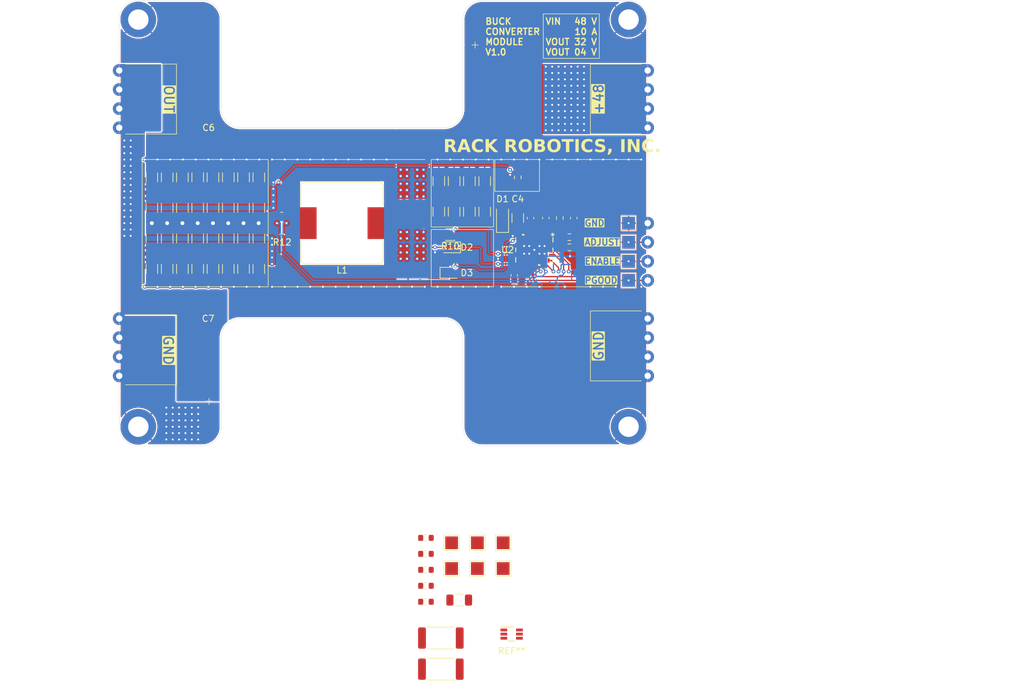
<source format=kicad_pcb>
(kicad_pcb (version 20240108) (generator "pcbnew") (generator_version "8.0")
  (title_block (title "Buck Converter Module") (date "[24.12.24]") (rev "RevC, V1.0") (company "Rack Robotics, Inc."))
  (layers (0 "F.Cu" signal) (1 "In1.Cu" power) (2 "In2.Cu" power) (31 "B.Cu" signal) (34 "B.Paste" user) (35 "F.Paste" user) (36 "B.SilkS" user "B.Silkscreen") (37 "F.SilkS" user "F.Silkscreen") (38 "B.Mask" user) (39 "F.Mask" user) (44 "Edge.Cuts" user))
  (net 0 "")
  (net 1 "GND")
  (net 2 "Net-(C1-Pad2)")
  (net 3 "Net-(U2-EXTCOMP)")
  (net 4 "Net-(U2-VDDA)")
  (net 5 "Net-(D2-A)")
  (net 6 "Net-(U2-VCC)")
  (net 7 "+48V")
  (net 8 "Net-(D1-K)")
  (net 9 "Net-(D2-K)")
  (net 10 "Net-(D3-K)")
  (net 11 "/buck-converter/BUCK_ADJ_PWM")
  (net 12 "/buck-converter/BUCK_POWER-GOOD")
  (net 13 "/buck-converter/BUCK_ENABLE")
  (net 14 "Net-(U2-CBOOT)")
  (net 15 "+3.3V")
  (net 16 "/buck-converter/I2C_SCL")
  (net 17 "/buck-converter/KELVIN(+)")
  (net 18 "/buck-converter/I2C_SDA")
  (net 19 "Net-(U1-H)")
  (net 20 "Net-(U2-CNFG)")
  (net 21 "Net-(U2-RT)")
  (net 22 "/buck-converter/BUCK_COUT")
  (net 23 "Net-(U2-HO)")
  (net 24 "Net-(U2-LO)")
  (footprint "MountingHole:MountingHole_3.2mm_M3_DIN965_Pad_TopBottom" (layer "F.Cu") (at 40 20)
    (property "Reference" "H1" (hide yes))
    (property "Value" "M3_DIN")
  )
  (footprint "Capacitor_SMD:C_1206_3216Metric" (layer "F.Cu") (at 46.925 49.6 -90)
    (property "Reference" "C35" (hide yes))
    (property "Value" "10 uF")
  )
  (footprint "Capacitor_SMD:C_1206_3216Metric" (layer "F.Cu") (at 51.725 59.2 -90)
    (property "Reference" "C20" (hide yes))
    (property "Value" "10 uF")
  )
  (footprint "Resistor_SMD:R_2512_6332Metric" (layer "F.Cu") (at 87.515 117.21)
    (property "Reference" "R13" (hide yes))
    (property "Value" "4.7K")
  )
  (footprint "Capacitor_SMD:C_1206_3216Metric" (layer "F.Cu") (at 56.525 59.2 -90)
    (property "Reference" "C10" (hide yes))
    (property "Value" "10 uF")
  )
  (footprint "Capacitor_SMD:C_1206_3216Metric" (layer "F.Cu") (at 46.925 54.4 90)
    (property "Reference" "C40" (hide yes))
    (property "Value" "10 uF")
  )
  (footprint "TestPoint:TestPoint_Pad_2.0x2.0mm" (layer "F.Cu") (at 93.255 102.24)
    (property "Reference" "TP11" (hide yes))
    (property "Value" "I2C_SDA")
  )
  (footprint "Capacitor_SMD:C_1206_3216Metric" (layer "F.Cu") (at 94.4 45.4 90)
    (property "Reference" "C38" (hide yes))
    (property "Value" "10 uF")
  )
  (footprint "Resistor_SMD:R_0603_1608Metric" (layer "F.Cu") (at 85.175 103.98)
    (property "Reference" "R2" (hide yes))
    (property "Value" "2.2K")
  )
  (footprint "powercore-development:PHA225" (layer "F.Cu") (at 50.8975 27 90)
    (property "Reference" "C6")
    (property "Value" "560 uF")
  )
  (footprint "Capacitor_SMD:C_0603_1608Metric" (layer "F.Cu") (at 104 51.2 -90)
    (property "Reference" "C2" (hide yes))
    (property "Value" "pF")
  )
  (footprint "Capacitor_SMD:C_1206_3216Metric" (layer "F.Cu") (at 92 50.2 -90)
    (property "Reference" "C43" (hide yes))
    (property "Value" "10 uF")
  )
  (footprint "powercore-development:TPL0401B-10DCKR" (layer "F.Cu") (at 98.635001 116.590002)
    (property "Reference" "U1" (hide yes))
    (property "Value" "TPL0401B-10DCKR")
  )
  (footprint "TestPoint:TestPoint_Pad_2.0x2.0mm" (layer "F.Cu") (at 117 58)
    (property "Reference" "TP7" (hide yes))
    (property "Value" "BUCK_ENABLE")
  )
  (footprint "Capacitor_SMD:C_1206_3216Metric" (layer "F.Cu") (at 44.525 54.4 90)
    (property "Reference" "C22" (hide yes))
    (property "Value" "10 uF")
  )
  (footprint "Resistor_SMD:R_0603_1608Metric" (layer "F.Cu") (at 85.175 106.49)
    (property "Reference" "R3" (hide yes))
    (property "Value" "2.2K")
  )
  (footprint "Resistor_SMD:R_0603_1608Metric" (layer "F.Cu") (at 99.6 44.8 90)
    (property "Reference" "R6" (hide yes))
    (property "Value" "15K")
  )
  (footprint "Capacitor_SMD:C_1206_3216Metric" (layer "F.Cu") (at 51.725 54.4 90)
    (property "Reference" "C41" (hide yes))
    (property "Value" "10 uF")
  )
  (footprint "Resistor_SMD:R_0603_1608Metric" (layer "F.Cu") (at 85.175 111.51)
    (property "Reference" "R5" (hide yes))
    (property "Value" "2.2K")
  )
  (footprint "Capacitor_SMD:C_1206_3216Metric" (layer "F.Cu") (at 56.525 44.8 90)
    (property "Reference" "C29" (hide yes))
    (property "Value" "10 uF")
  )
  (footprint "Resistor_SMD:R_1206_3216Metric" (layer "F.Cu") (at 89 53.8 180)
    (property "Reference" "R10")
    (property "Value" "1R")
  )
  (footprint "Resistor_SMD:R_0603_1608Metric" (layer "F.Cu") (at 107.7 54.2)
    (property "Reference" "R9" (hide yes))
    (property "Value" "10K")
  )
  (footprint "Capacitor_SMD:C_1206_3216Metric" (layer "F.Cu") (at 87.2 45.4 90)
    (property "Reference" "C28" (hide yes))
    (property "Value" "10 uF")
  )
  (footprint "Resistor_SMD:R_0603_1608Metric" (layer "F.Cu") (at 85.175 109)
    (property "Reference" "R4" (hide yes))
    (property "Value" "2.2K")
  )
  (footprint "Resistor_SMD:R_0603_1608Metric" (layer "F.Cu") (at 85.175 101.47)
    (property "Reference" "R1" (hide yes))
    (property "Value" "2.2K")
  )
  (footprint "Capacitor_SMD:C_1206_3216Metric" (layer "F.Cu") (at 92 45.4 90)
    (property "Reference" "C13" (hide yes))
    (property "Value" "10 uF")
  )
  (footprint "Capacitor_SMD:C_1206_3216Metric" (layer "F.Cu") (at 58.925 49.6 -90)
    (property "Reference" "C9" (hide yes))
    (property "Value" "10 uF")
  )
  (footprint "TestPoint:TestPoint_Pad_2.0x2.0mm" (layer "F.Cu") (at 89.205 106.29)
    (property "Reference" "TP4" (hide yes))
    (property "Value" "3.3V")
  )
  (footprint "Capacitor_SMD:C_0603_1608Metric" (layer "F.Cu") (at 101.6 51.2 90)
    (property "Reference" "C3" (hide yes))
    (property "Value" "0.1 uF")
  )
  (footprint "Capacitor_SMD:C_1206_3216Metric" (layer "F.Cu") (at 54.125 49.6 -90)
    (property "Reference" "C16" (hide yes))
    (property "Value" "10 uF")
  )
  (footprint "powercore-development:LM5149-Q1" (layer "F.Cu") (at 102.2 56.2 -90)
    (property "Reference" "U2")
    (property "Value" "LM5149-Q1")
  )
  (footprint "Capacitor_SMD:C_1206_3216Metric" (layer "F.Cu") (at 46.925 59.2 -90)
    (property "Reference" "C45" (hide yes))
    (property "Value" "10 uF")
  )
  (footprint "MountingHole:MountingHole_3.2mm_M3_DIN965_Pad_TopBottom" (layer "F.Cu") (at 117 84)
    (property "Reference" "H4" (hide yes))
    (property "Value" "M3_DIN")
  )
  (footprint "Capacitor_SMD:C_1206_3216Metric" (layer "F.Cu") (at 89.6 50.2 -90)
    (property "Reference" "C33" (hide yes))
    (property "Value" "10 uF")
  )
  (footprint "powercore-development:PHA225" (layer "F.Cu") (at 93.1025 77 -90)
    (property "Reference" "C7")
    (property "Value" "560 uF")
  )
  (footprint "TestPoint:TestPoint_Pad_2.0x2.0mm" (layer "F.Cu") (at 117 61)
    (property "Reference" "TP5" (hide yes))
    (property "Value" "BUCK_POWER-GOOD")
  )
  (footprint "Capacitor_SMD:C_1206_3216Metric" (layer "F.Cu") (at 54.125 59.2 -90)
    (property "Reference" "C15" (hide yes))
    (property "Value" "10 uF")
  )
  (footprint "Capacitor_SMD:C_1206_3216Metric" (layer "F.Cu") (at 49.325 44.8 90)
    (property "Reference" "C44" (hide yes))
    (property "Value" "10 uF")
  )
  (footprint "TestPoint:TestPoint_Pad_2.0x2.0mm" (layer "F.Cu") (at 89.205 102.24)
    (property "Reference" "TP3" (hide yes))
    (property "Value" "3.3V")
  )
  (footprint "TestPoint:TestPoint_Pad_2.0x2.0mm" (layer "F.Cu") (at 117 55)
    (property "Reference" "TP9" (hide yes))
    (property "Value" "BUCK_ADJ_PWM")
  )
  (footprint "Diode_SMD:D_SOD-323" (layer "F.Cu") (at 89 59.8)
    (property "Reference" "D3")
    (property "Value" "MM3Z18VT1G")
  )
  (footprint "Resistor_SMD:R_0612_1632Metric" (layer "F.Cu") (at 62.525 52 180)
    (property "Reference" "R12")
    (property "Value" "1 mR")
  )
  (footprint "Capacitor_SMD:C_1206_3216Metric" (layer "F.Cu") (at 56.525 54.4 90)
    (property "Reference" "C31" (hide yes))
    (property "Value" "10 uF")
  )
  (footprint "Capacitor_SMD:C_1206_3216Metric" (layer "F.Cu") (at 44.525 59.2 -90)
    (property "Reference" "C27" (hide yes))
    (property "Value" "10 uF")
  )
  (footprint "Capacitor_SMD:C_1206_3216Metric" (layer "F.Cu") (at 58.925 44.8 90)
    (property "Reference" "C14" (hide yes))
    (property "Value" "10 uF")
  )
  (footprint "Capacitor_SMD:C_1206_3216Metric" (layer "F.Cu") (at 44.525 44.8 90)
    (property "Reference" "C12" (hide yes))
    (property "Value" "10 uF")
  )
  (footprint "Resistor_SMD:R_0603_1608Metric" (layer "F.Cu") (at 107.7 55.8)
    (property "Reference" "R8" (hide yes))
    (property "Value" "41.2K")
  )
  (footprint "Capacitor_SMD:C_1206_3216Metric" (layer "F.Cu") (at 46.925 44.8 90)
    (property "Reference" "C30" (hide yes))
    (property "Value" "10 uF")
  )
  (footprint "Capacitor_SMD:C_1206_3216Metric" (layer "F.Cu") (at 87.2 50.2 -90)
    (property "Reference" "C18" (hide yes))
    (property "Value" "10 uF")
  )
  (footprint "Capacitor_SMD:C_1206_3216Metric" (layer "F.Cu") (at 49.325 49.6 -90)
    (property "Reference" "C26" (hide yes))
    (property "Value" "10 uF")
  )
  (footprint "Capacitor_SMD:C_1206_3216Metric" (layer "F.Cu") (at 54.125 54.4 90)
    (property "Reference" "C36" (hide yes))
    (property "Value" "10 uF")
  )
  (footprint "TestPoint:TestPoint_Pad_2.0x2.0mm" (layer "F.Cu") (at 97.305 102.24)
    (property "Reference" "TP13" (hide yes))
    (property "Value" "I2C_SCL")
  )
  (footprint "Capacitor_SMD:C_1206_3216Metric" (layer "F.Cu") (at 44.525 49.6 -90)
    (property "Reference" "C17" (hide yes))
    (property "Value" "10 uF")
  )
  (footprint "TestPoint:TestPoint_Pad_2.0x2.0mm" (layer "F.Cu") (at 93.255 106.29)
    (property "Reference" "TP12" (hide yes))
    (property "Value" "I2C_SDA")
  )
  (footprint "Diode_SMD:D_SOD-323" (layer "F.Cu") (at 89 55.8 180)
    (property "Reference" "D2")
    (property "Value" "MM3Z18VT1G")
  )
  (footprint "MountingHole:MountingHole_3.2mm_M3_DIN965_Pad_TopBottom" (layer "F.Cu") (at 117 20)
    (property "Reference" "H2" (hide yes))
    (property "Value" "M3_DIN")
  )
  (footprint "Capacitor_SMD:C_1206_3216Metric" (layer "F.Cu") (at 49.325 54.4 90)
    (property "Reference" "C46" (hide yes))
    (property "Value" "10 uF")
  )
  (footprint "Capacitor_SMD:C_0603_1608Metric" (layer "F.Cu") (at 108.4 51.2 90)
    (property "Reference" "C1" (hide yes))
    (property "Value" "pF")
  )
  (footprint "Capacitor_SMD:C_1206_3216Metric" (layer "F.Cu") (at 58.925 59.2 -90)
    (property "Reference" "C19" (hide yes))
    (property "Value" "10 uF")
  )
  (footprint "Capacitor_SMD:C_1206_3216Metric" (layer "F.Cu") (at 49.325 59.2 -90)
    (property "Reference" "C25" (hide yes))
    (property "Value" "10 uF")
  )
  (footprint "Capacitor_SMD:C_1206_3216Metric" (layer "F.Cu") (at 99.6 51.2 90)
    (property "Reference" "C4")
    (property "Value" "10 uF")
  )
  (footprint "Capacitor_SMD:C_1206_3216Metric" (layer "F.Cu") (at 56.525 49.6 -90)
    (property "Reference" "C11" (hide yes))
    (property "Value" "10 uF")
  )
  (footprint "Capacitor_SMD:C_1206_3216Metric" (layer "F.Cu") (at 42.125 49.6 -90)
    (property "Reference" "C37" (hide yes))
    (property "Value" "10 uF")
  )
  (footprint "Capacitor_SMD:C_1206_3216Metric" (layer "F.Cu") (at 58.925 54.4 90)
    (property "Reference" "C24" (hide yes))
    (property "Value" "10 uF")
  )
  (footprint "Resistor_SMD:R_0603_1608Metric" (layer "F.Cu") (at 106.2 51.2 -90)
    (property "Reference" "R7" (hide yes))
    (property "Value" "K")
  )
  (footprint "TestPoint:TestPoint_Pad_2.0x2.0mm" (layer "F.Cu") (at 117 52)
    (property "Reference" "TP1" (hide yes))
    (property "Value" "GND")
  )
  (footprint "Capacitor_SMD:C_1206_3216Metric" (layer "F.Cu") (at 42.125 44.8 90)
    (property "Reference" "C32" (hide yes))
    (property "Value" "10 uF")
  )
  (footprint "Capacitor_SMD:C_1206_3216Metric" (layer "F.Cu") (at 42.125 54.4 90)
    (property "Reference" "C42" (hide yes))
    (property "Value" "10 uF")
  )
  (footprint "Capacitor_SMD:C_0603_1608Metric" (layer "F.Cu") (at 99.05 60.2 90)
    (property "Reference" "C5" (hide yes))
    (property "Value" "0.1 uF")
  )
  (footprint "Capacitor_SMD:C_1206_3216Metric" (layer "F.Cu") (at 51.725 49.6 -90)
    (property "Reference" "C21" (hide yes))
    (property "Value" "10 uF")
  )
  (footprint "Capacitor_SMD:C_1206_3216Metric" (layer "F.Cu") (at 94.4 50.2 -90)
    (property "Reference" "C23" (hide yes))
    (property "Value" "10 uF")
  )
  (footprint "Capacitor_SMD:C_1206_3216Metric" (layer "F.Cu") (at 89.6 45.4 90)
    (property "Reference" "C8" (hide yes))
    (property "Value" "10 uF")
  )
  (footprint "Capacitor_SMD:C_1206_3216Metric" (layer "F.Cu") (at 42.125 59.2 -90)
    (property "Reference" "C47" (hide yes))
    (property "Value" "10 uF")
  )
  (footprint "Capacitor_SMD:C_1206_3216Metric" (layer "F.Cu") (at 51.725 44.8 90)
    (property "Reference" "C39" (hide yes))
    (property "Value" "10 uF")
  )
  (footprint "MountingHole:MountingHole_3.2mm_M3_DIN965_Pad_TopBottom" (layer "F.Cu") (at 40 84)
    (property "Reference" "H3" (hide yes))
    (property "Value" "M3_DIN")
  )
  (footprint "powercore-development:SRP1245A" (layer "F.Cu") (at 72 52 180)
    (property "Reference" "L1")
    (property "Value" "1.8 uH")
  )
  (footprint "TestPoint:TestPoint_Pad_2.0x2.0mm" (layer "F.Cu") (at 97.305 106.29)
    (property "Reference" "TP14" (hide yes))
    (property "Value" "I2C_SCL")
  )
  (footprint "Resistor_SMD:R_1206_3216Metric" (layer "F.Cu") (at 90.397502 111.240001)
    (property "Reference" "R11" (hide yes))
    (property "Value" "1R")
  )
  (footprint "Capacitor_SMD:C_1206_3216Metric" (layer "F.Cu") (at 54.125 44.8 90)
    (property "Reference" "C34" (hide yes))
    (property "Value" "10 uF")
  )
  (footprint "Resistor_SMD:R_2512_6332Metric" (layer "F.Cu") (at 87.515 122.1)
    (property "Reference" "R14" (hide yes))
    (property "Value" "4.7K")
  )
  (footprint "Diode_SMD:Nexperia_CFP3_SOD-123W" (layer "F.Cu") (at 97.2 51.2 90)
    (property "Reference" "D1")
    (property "Value" "PMEG10020ELRX")
  )
  (footprint "TestPoint:TestPoint_Pad_2.0x2.0mm" (layer "B.Cu") (at 117 61 180)
    (property "Reference" "TP6" (hide yes))
    (property "Value" "BUCK_POWER-GOOD")
  )
  (footprint "TestPoint:TestPoint_Pad_2.0x2.0mm" (layer "B.Cu") (at 117 55 180)
    (property "Reference" "TP10" (hide yes))
    (property "Value" "BUCK_ADJ_PWM")
  )
  (footprint "TestPoint:TestPoint_Pad_2.0x2.0mm" (layer "B.Cu") (at 117 58 180)
    (property "Reference" "TP8" (hide yes))
    (property "Value" "BUCK_ENABLE")
  )
  (footprint "TestPoint:TestPoint_Pad_2.0x2.0mm" (layer "B.Cu") (at 117 52 180)
    (property "Reference" "TP2" (hide yes))
    (property "Value" "GND")
  )
  (gr_line (start 111 27) (end 111 38) (stroke (width 0.1)) (layer "F.SilkS"))
  (gr_line (start 111 76.8) (end 119 76.8) (stroke (width 0.1)) (layer "F.SilkS"))
  (gr_rect (start 96 42) (end 103 47) (stroke (width 0.1)) (fill none) (layer "F.SilkS"))
  (gr_line (start 97 62) (end 115 62) (stroke (width 0.1)) (layer "F.SilkS"))
  (gr_line (start 38 38) (end 46 38) (stroke (width 0.1)) (layer "F.SilkS"))
  (gr_line (start 46 27) (end 38 27) (stroke (width 0.1)) (layer "F.SilkS"))
  (gr_line (start 111 38) (end 119 38) (stroke (width 0.1)) (layer "F.SilkS"))
  (gr_line (start 46 38) (end 46 27) (stroke (width 0.1)) (layer "F.SilkS"))
  (gr_line (start 61 42) (end 85 42) (stroke (width 0.1)) (layer "F.SilkS"))
  (gr_rect (start 103.6 19.1) (end 112.4 26.1) (stroke (width 0.1)) (fill none) (layer "F.SilkS"))
  (gr_line (start 119 27) (end 111 27) (stroke (width 0.1)) (layer "F.SilkS"))
  (gr_line (start 38 77.4) (end 46 77.4) (stroke (width 0.1)) (layer "F.SilkS"))
  (gr_rect (start 40.6 42) (end 60.4 62) (stroke (width 0.1)) (fill none) (layer "F.SilkS"))
  (gr_rect (start 86 53) (end 95.8 62) (stroke (width 0.1)) (fill none) (layer "F.SilkS"))
  (gr_line (start 104 42) (end 119 42) (stroke (width 0.1)) (layer "F.SilkS"))
  (gr_rect (start 86 42) (end 95.8 52.6) (stroke (width 0.1)) (fill none) (layer "F.SilkS"))
  (gr_line (start 111 65.8) (end 111 76.8) (stroke (width 0.1)) (layer "F.SilkS"))
  (gr_line (start 61 62) (end 85 62) (stroke (width 0.1)) (layer "F.SilkS"))
  (gr_line (start 46 66.4) (end 38 66.4) (stroke (width 0.1)) (layer "F.SilkS"))
  (gr_line (start 119 65.8) (end 111 65.8) (stroke (width 0.1)) (layer "F.SilkS"))
  (gr_line (start 46 77.4) (end 46 66.4) (stroke (width 0.1)) (layer "F.SilkS"))
  (gr_line (start 53 34) (end 53 20) (stroke (width 0.05)) (layer "Edge.Cuts"))
  (gr_arc (start 91 34) (mid 90.12132 36.12132) (end 88 37) (stroke (width 0.05)) (layer "Edge.Cuts"))
  (gr_line (start 88 37) (end 56 37) (stroke (width 0.05)) (layer "Edge.Cuts"))
  (gr_arc (start 37 20) (mid 37.87868 17.87868) (end 40 17) (stroke (width 0.05)) (layer "Edge.Cuts"))
  (gr_arc (start 53 84) (mid 52.12132 86.12132) (end 50 87) (stroke (width 0.05)) (layer "Edge.Cuts"))
  (gr_arc (start 91 20) (mid 91.87868 17.87868) (end 94 17) (stroke (width 0.05)) (layer "Edge.Cuts"))
  (gr_line (start 120 20) (end 120 84) (stroke (width 0.05)) (layer "Edge.Cuts"))
  (gr_arc (start 50 17) (mid 52.12132 17.87868) (end 53 20) (stroke (width 0.05)) (layer "Edge.Cuts"))
  (gr_arc (start 94 87) (mid 91.87868 86.12132) (end 91 84) (stroke (width 0.05)) (layer "Edge.Cuts"))
  (gr_arc (start 56 37) (mid 53.87868 36.12132) (end 53 34) (stroke (width 0.05)) (layer "Edge.Cuts"))
  (gr_line (start 50 87) (end 40 87) (stroke (width 0.05)) (layer "Edge.Cuts"))
  (gr_line (start 50 17) (end 40 17) (stroke (width 0.05)) (layer "Edge.Cuts"))
  (gr_line (start 94 87) (end 117 87) (stroke (width 0.05)) (layer "Edge.Cuts"))
  (gr_line (start 56 67) (end 88 67) (stroke (width 0.05)) (layer "Edge.Cuts"))
  (gr_arc (start 53 70) (mid 53.87868 67.87868) (end 56 67) (stroke (width 0.05)) (layer "Edge.Cuts"))
  (gr_line (start 91 70) (end 91 84) (stroke (width 0.05)) (layer "Edge.Cuts"))
  (gr_arc (start 117 17) (mid 119.12132 17.87868) (end 120 20) (stroke (width 0.05)) (layer "Edge.Cuts"))
  (gr_line (start 91 20) (end 91 34) (stroke (width 0.05)) (layer "Edge.Cuts"))
  (gr_line (start 94 17) (end 117 17) (stroke (width 0.05)) (layer "Edge.Cuts"))
  (gr_line (start 37 84) (end 37 20) (stroke (width 0.05)) (layer "Edge.Cuts"))
  (gr_arc (start 120 84) (mid 119.12132 86.12132) (end 117 87) (stroke (width 0.05)) (layer "Edge.Cuts"))
  (gr_arc (start 88 67) (mid 90.12132 67.87868) (end 91 70) (stroke (width 0.05)) (layer "Edge.Cuts"))
  (gr_arc (start 40 87) (mid 37.87868 86.12132) (end 37 84) (stroke (width 0.05)) (layer "Edge.Cuts"))
  (gr_line (start 53 84) (end 53 70) (stroke (width 0.05)) (layer "Edge.Cuts"))
  (gr_text "ENABLE" (at 110 58 0) (layer "F.SilkS" knockout) (effects (font (size 1 1) (thickness 0.2) (bold yes)) (justify left)))
  (gr_text "ADJUST" (at 110 55 0) (layer "F.SilkS" knockout) (effects (font (size 1 1) (thickness 0.2) (bold yes)) (justify left)))
  (gr_text "GND" (at 112.3 71.3 90) (layer "F.SilkS" knockout) (effects (font (size 1.5 1.5) (thickness 0.25) (bold yes))))
  (gr_text "RACK ROBOTICS, INC." (at 105 40 0) (layer "F.SilkS") (effects (font (size 2 2) (thickness 0.4) (bold yes))))
  (gr_text "VIN	 48 V\n      10 A\nVOUT 32 V\nVOUT 04 V" (at 108 22.7 0) (layer "F.SilkS") (effects (font (size 1 1) (thickness 0.2) (bold yes))))
  (gr_text "OUT" (at 44.8 32.5 270) (layer "F.SilkS" knockout) (effects (font (size 1.5 1.5) (thickness 0.25) (bold yes))))
  (gr_text "+48" (at 112.3 32.5 90) (layer "F.SilkS" knockout) (effects (font (size 1.5 1.5) (thickness 0.25) (bold yes))))
  (gr_text "PGOOD" (at 110 61 0) (layer "F.SilkS" knockout) (effects (font (size 1 1) (thickness 0.2) (bold yes)) (justify left)))
  (gr_text "GND" (at 110 52 0) (layer "F.SilkS" knockout) (effects (font (size 1 1) (thickness 0.2) (bold yes)) (justify left)))
  (gr_text "BUCK\nCONVERTER\nMODULE\nV1.0" (at 94.4 19.7 0) (layer "F.SilkS") (effects (font (size 1 1) (thickness 0.2) (bold yes)) (justify left top)))
  (gr_text "GND" (at 44.7 72 -90) (layer "F.SilkS" knockout) (effects (font (size 1.5 1.5) (thickness 0.25) (bold yes))))
  (segment (start 105.6 44.8) (end 106.0375 44.3625) (width 0.2) (layer "F.Cu") (net 0))
  (segment (start 102.475 43.975) (end 103.3 44.8) (width 0.2) (layer "F.Cu") (net 0))
  (segment (start 103.3 44.8) (end 105.6 44.8) (width 0.2) (layer "F.Cu") (net 0))
  (segment (start 106.0375 44.3625) (end 107.1 44.3625) (width 0.2) (layer "F.Cu") (net 0))
  (segment (start 101.6 43.975) (end 102.475 43.975) (width 0.2) (layer "F.Cu") (net 0))
  (segment (start 104.450001 54.549) (end 105.349 54.549) (width 0.2) (layer "F.Cu") (net 1))
  (segment (start 56.525 51.075) (end 56.525 52.925) (width 0.4) (layer "F.Cu") (net 1))
  (segment (start 105.349 54.549) (end 105.6 54.8) (width 0.2) (layer "F.Cu") (net 1))
  (segment (start 101.95 56.45) (end 102.2 56.2) (width 0.2) (layer "F.Cu") (net 1))
  (segment (start 101.95 55.95) (end 102.2 56.2) (width 0.2) (layer "F.Cu") (net 1))
  (segment (start 104.8416 55.449999) (end 103.950001 55.449999) (width 0.2) (layer "F.Cu") (net 1))
  (segment (start 51.725 51.075) (end 51.725 52.925) (width 0.4) (layer "F.Cu") (net 1))
  (segment (start 103.950001 55.449999) (end 103.8 55.6) (width 0.2) (layer "F.Cu") (net 1))
  (segment (start 100.450001 54.549) (end 100.450001 55.450001) (width 0.2) (layer "F.Cu") (net 1))
  (segment (start 104.8416 56.950001) (end 105.350001 56.950001) (width 0.2) (layer "F.Cu") (net 1))
  (segment (start 100.95 57.851) (end 100.95 57.15) (width 0.2) (layer "F.Cu") (net 1))
  (segment (start 44.525 51.075) (end 44.525 52.925) (width 0.4) (layer "F.Cu") (net 1))
  (segment (start 105.6 54.8) (end 105.6 56.4) (width 0.2) (layer "F.Cu") (net 1))
  (segment (start 101.95 57.851) (end 101.95 56.45) (width 0.2) (layer "F.Cu") (net 1))
  (segment (start 103.949999 58.349999) (end 105.2 59.6) (width 0.2) (layer "F.Cu") (net 1))
  (segment (start 107.2 58) (end 107.6 58.4) (width 0.2) (layer "F.Cu") (net 1))
  (segment (start 101.95 54.549) (end 101.95 55.95) (width 0.2) (layer "F.Cu") (net 1))
  (segment (start 42.125 51.075) (end 42.125 52.925) (width 0.4) (layer "F.Cu") (net 1))
  (segment (start 103.949999 57.851) (end 103.949999 58.349999) (width 0.2) (layer "F.Cu") (net 1))
  (segment (start 104.851 57.851) (end 104.450001 57.851) (width 0.2) (layer "F.Cu") (net 1))
  (segment (start 100.95 57.15) (end 100.6 56.8) (width 0.2) (layer "F.Cu") (net 1))
  (segment (start 106 59.6) (end 106 59) (width 0.2) (layer "F.Cu") (net 1))
  (segment (start 54.125 51.075) (end 54.125 52.925) (width 0.4) (layer "F.Cu") (net 1))
  (segment (start 100.450001 55.450001) (end 100.6 55.6) (width 0.2) (layer "F.Cu") (net 1))
  (segment (start 107.6 58.4) (end 107.6 59.6) (width 0.2) (layer "F.Cu") (net 1))
  (segment (start 106.8 58.4) (end 106.8 59.6) (width 0.2) (layer "F.Cu") (net 1))
  (segment (start 105.350001 56.950001) (end 106.8 58.4) (width 0.2) (layer "F.Cu") (net 1))
  (segment (start 106 59) (end 104.851 57.851) (width 0.2) (layer "F.Cu") (net 1))
  (segment (start 49.325 51.075) (end 49.325 52.925) (width 0.4) (layer "F.Cu") (net 1))
  (segment (start 46.925 51.075) (end 46.925 52.925) (width 0.4) (layer "F.Cu") (net 1))
  (segment (start 105.6 56.4) (end 107.2 58) (width 0.2) (layer "F.Cu") (net 1))
  (via (at 55 42) (size 0.6) (drill 0.3) (layers "F.Cu" "B.Cu") (net 1))
  (via (at 81 62) (size 0.6) (drill 0.3) (layers "F.Cu" "B.Cu") (net 1))
  (via (at 95 42) (size 0.6) (drill 0.3) (layers "F.Cu" "B.Cu") (net 1))
  (via (at 59 62) (size 0.6) (drill 0.3) (layers "F.Cu" "B.Cu") (net 1))
  (via (at 97 42) (size 0.6) (drill 0.3) (layers "F.Cu" "B.Cu") (net 1))
  (via (at 44.4 85) (size 0.6) (drill 0.3) (layers "F.Cu" "B.Cu") (net 1))
  (via (at 47.4 84) (size 0.6) (drill 0.3) (layers "F.Cu" "B.Cu") (net 1))
  (via (at 79 62) (size 0.6) (drill 0.3) (layers "F.Cu" "B.Cu") (net 1))
  (via (at 61.2 45.6) (size 0.6) (drill 0.3) (layers "F.Cu" "B.Cu") (net 1))
  (via (at 56.525 52) (size 1) (drill 0.6) (layers "F.Cu" "B.Cu") (net 1))
  (via (at 65 62) (size 0.6) (drill 0.3) (layers "F.Cu" "B.Cu") (net 1))
  (via (at 48.4 84) (size 0.6) (drill 0.3) (layers "F.Cu" "B.Cu") (net 1))
  (via (at 91 62) (size 0.6) (drill 0.3) (layers "F.Cu" "B.Cu") (net 1))
  (via (at 49 42) (size 0.6) (drill 0.3) (layers "F.Cu" "B.Cu") (net 1))
  (via (at 53 42) (size 0.6) (drill 0.3) (layers "F.Cu" "B.Cu") (net 1))
  (via (at 73 42) (size 0.6) (drill 0.3) (layers "F.Cu" "B.Cu") (net 1))
  (via (at 54.125 52) (size 1) (drill 0.6) (layers "F.Cu" "B.Cu") (net 1))
  (via (at 115 62) (size 0.6) (drill 0.3) (layers "F.Cu" "B.Cu") (net 1))
  (via (at 117 42) (size 0.6) (drill 0.3) (layers "F.Cu" "B.Cu") (net 1))
  (via (at 55 62) (size 0.6) (drill 0.3) (layers "F.Cu" "B.Cu") (net 1))
  (via (at 48.4 81) (size 0.6) (drill 0.3) (layers "F.Cu" "B.Cu") (net 1))
  (via (at 45.4 83) (size 0.6) (drill 0.3) (layers "F.Cu" "B.Cu") (net 1))
  (via (at 47.4 82) (size 0.6) (drill 0.3) (layers "F.Cu" "B.Cu") (net 1))
  (via (at 69 62) (size 0.6) (drill 0.3) (layers "F.Cu" "B.Cu") (net 1))
  (via (at 103 55.6) (size 0.6) (drill 0.3) (layers "F.Cu" "B.Cu") (net 1))
  (via (at 65 42) (size 0.6) (drill 0.3) (layers "F.Cu" "B.Cu") (net 1))
  (via (at 41 42) (size 0.6) (drill 0.3) (layers "F.Cu" "B.Cu") (net 1))
  (via (at 91 42) (size 0.6) (drill 0.3) (layers "F.Cu" "B.Cu") (net 1))
  (via (at 103 42) (size 0.6) (drill 0.3) (layers "F.Cu" "B.Cu") (net 1))
  (via (at 58.9 52) (size 1) (drill 0.6) (layers "F.Cu" "B.Cu") (net 1))
  (via (at 53 62) (size 0.6) (drill 0.3) (layers "F.Cu" "B.Cu") (net 1))
  (via (at 45 62) (size 0.6) (drill 0.3) (layers "F.Cu" "B.Cu") (net 1))
  (via (at 119 62) (size 0.6) (drill 0.3) (layers "F.Cu" "B.Cu") (net 1))
  (via (at 73 62) (size 0.6) (drill 0.3) (layers "F.Cu" "B.Cu") (net 1))
  (via (at 47.4 86) (size 0.6) (drill 0.3) (layers "F.Cu" "B.Cu") (net 1))
  (via (at 44.4 82) (size 0.6) (drill 0.3) (layers "F.Cu" "B.Cu") (net 1))
  (via (at 107.6 59.6) (size 0.6) (drill 0.3) (layers "F.Cu" "B.Cu") (net 1))
  (via (at 47.4 85) (size 0.6) (drill 0.3) (layers "F.Cu" "B.Cu") (net 1))
  (via (at 47.4 83) (size 0.6) (drill 0.3) (layers "F.Cu" "B.Cu") (net 1))
  (via (at 106 59.6) (size 0.6) (drill 0.3) (layers "F.Cu" "B.Cu") (net 1))
  (via (at 86.6 56.6) (size 0.6) (drill 0.3) (layers "F.Cu" "B.Cu") (net 1))
  (via (at 51 42) (size 0.6) (drill 0.3) (layers "F.Cu" "B.Cu") (net 1))
  (via (at 106.8 59.6) (size 0.6) (drill 0.3) (layers "F.Cu" "B.Cu") (net 1))
  (via (at 46.4 86) (size 0.6) (drill 0.3) (layers "F.Cu" "B.Cu") (net 1))
  (via (at 77 42) (size 0.6) (drill 0.3) (layers "F.Cu" "B.Cu") (net 1))
  (via (at 69 42) (size 0.6) (drill 0.3) (layers "F.Cu" "B.Cu") (net 1))
  (via (at 63 62) (size 0.6) (drill 0.3) (layers "F.Cu" "B.Cu") (net 1))
  (via (at 99 42) (size 0.6) (drill 0.3) (layers "F.Cu" "B.Cu") (net 1))
  (via (at 120 70) (size 2) (drill 1) (layers "F.Cu" "B.Cu") (net 1))
  (via (at 67 42) (size 0.6) (drill 0.3) (layers "F.Cu" "B.Cu") (net 1))
  (via (at 109 42) (size 0.6) (drill 0.3) (layers "F.Cu" "B.Cu") (net 1))
  (via (at 89 62) (size 0.6) (drill 0.3) (layers "F.Cu" "B.Cu") (net 1))
  (via (at 45 42) (size 0.6) (drill 0.3) (layers "F.Cu" "B.Cu") (net 1))
  (via (at 49.4 83) (size 0.6) (drill 0.3) (layers "F.Cu" "B.Cu") (net 1))
  (via (at 71 42) (size 0.6) (drill 0.3) (layers "F.Cu" "B.Cu") (net 1))
  (via (at 46.925 52) (size 1) (drill 0.6) (layers "F.Cu" "B.Cu") (net 1))
  (via (at 120 73) (size 2) (drill 1) (layers "F.Cu" "B.Cu") (net 1))
  (via (at 95 62) (size 0.6) (drill 0.3) (layers "F.Cu" "B.Cu") (net 1))
  (via (at 44.4 81) (size 0.6) (drill 0.3) (layers "F.Cu" "B.Cu") (net 1))
  (via (at 42.125 52) (size 1) (drill 0.6) (layers "F.Cu" "B.Cu") (net 1))
  (via (at 113 62) (size 0.6) (drill 0.3) (layers "F.Cu" "B.Cu") (net 1))
  (via (at 37 76) (size 2) (drill 1) (layers "F.Cu" "B.Cu") (net 1))
  (via (at 45.4 84) (size 0.6) (drill 0.3) (layers "F.Cu" "B.Cu") (net 1))
  (via (at 49.4 86) (size 0.6) (drill 0.3) (layers "F.Cu" "B.Cu") (net 1))
  (via (at 47.4 81) (size 0.6) (drill 0.3) (layers "F.Cu" "B.Cu") (net 1))
  (via (at 49 62) (size 0.6) (drill 0.3) (layers "F.Cu" "B.Cu") (net 1))
  (via (at 89 42) (size 0.6) (drill 0.3) (layers "F.Cu" "B.Cu") (net 1))
  (via (at 45.4 86) (size 0.6) (drill 0.3) (layers "F.Cu" "B.Cu") (net 1))
  (via (at 120 76) (size 2) (drill 1) (layers "F.Cu" "B.Cu") (net 1))
  (via (at 37 67) (size 2) (drill 1) (layers "F.Cu" "B.Cu") (net 1))
  (via (at 47 42) (size 0.6) (drill 0.3) (layers "F.Cu" "B.Cu") (net 1))
  (via (at 96.5 57.6) (size 0.6) (drill 0.3) (layers "F.Cu" "B.Cu") (net 1))
  (via (at 107 62) (size 0.6) (drill 0.3) (layers "F.Cu" "B.Cu") (net 1))
  (via (at 120 67) (size 2) (drill 1) (layers "F.Cu" "B.Cu") (net 1))
  (via (at 45.4 82) (size 0.6) (drill 0.3) (layers "F.Cu" "B.Cu") (net 1))
  (via (at 51.725 52) (size 1) (drill 0.6) (layers "F.Cu" "B.Cu") (net 1))
  (via (at 83 62) (size 0.6) (drill 0.3) (layers "F.Cu" "B.Cu") (net 1))
  (via (at 98.4 44.4) (size 0.6) (drill 0.3) (layers "F.Cu" "B.Cu") (net 1))
  (via (at 75 62) (size 0.6) (drill 0.3) (layers "F.Cu" "B.Cu") (net 1))
  (via (at 71 62) (size 0.6) (drill 0.3) (layers "F.Cu" "B.Cu") (net 1))
  (via (at 115 42) (size 0.6) (drill 0.3) (layers "F.Cu" "B.Cu") (net 1))
  (via (at 44.4 83) (size 0.6) (drill 0.3) (layers "F.Cu" "B.Cu") (net 1))
  (via (at 107.8 57.2) (size 0.6) (drill 0.3) (layers "F.Cu" "B.Cu") (net 1))
  (via (at 101 42) (size 0.6) (drill 0.3) (layers "F.Cu" "B.Cu") (net 1))
  (via (at 49.4 82) (size 0.6) (drill 0.3) (layers "F.Cu" "B.Cu") (net 1))
  (via (at 77 62) (size 0.6) (drill 0.3) (layers "F.Cu" "B.Cu") (net 1))
  (via (at 103 62) (size 0.6) (drill 0.3) (layers "F.Cu" "B.Cu") (net 1))
  (via (at 105 42) (size 0.6) (drill 0.3) (layers "F.Cu" "B.Cu") (net 1))
  (via (at 97 62) (size 0.6) (drill 0.3) (layers "F.Cu" "B.Cu") (net 1))
  (via (at 103.8 56.8) (size 0.6) (drill 0.3) (layers "F.Cu" "B.Cu") (net 1))
  (via (at 46.4 85) (size 0.6) (drill 0.3) (layers "F.Cu" "B.Cu") (net 1))
  (via (at 89 58.8) (size 0.6) (drill 0.3) (layers "F.Cu" "B.Cu") (net 1))
  (via (at 43 62) (size 0.6) (drill 0.3) (layers "F.Cu" "B.Cu") (net 1))
  (via (at 57 62) (size 0.6) (drill 0.3) (layers "F.Cu" "B.Cu") (net 1))
  (via (at 63 42) (size 0.6) (drill 0.3) (layers "F.Cu" "B.Cu") (net 1))
  (via (at 37 73) (size 2) (drill 1) (layers "F.Cu" "B.Cu") (net 1))
  (via (at 79 42) (size 0.6) (drill 0.3) (layers "F.Cu" "B.Cu") (net 1))
  (via (at 101 62) (size 0.6) (drill 0.3) (layers "F.Cu" "B.Cu") (net 1))
  (via (at 93 62) (size 0.6) (drill 0.3) (layers "F.Cu" "B.Cu") (net 1))
  (via (at 113 42) (size 0.6) (drill 0.3) (layers "F.Cu" "B.Cu") (net 1))
  (via (at 67 62) (size 0.6) (drill 0.3) (layers "F.Cu" "B.Cu") (net 1))
  (via (at 49.4 81) (size 0.6) (drill 0.3) (layers "F.Cu" "B.Cu") (net 1))
  (via (at 93 42) (size 0.6) (drill 0.3) (layers "F.Cu" "B.Cu") (net 1))
  (via (at 105.2 59.6) (size 0.6) (drill 0.3) (layers "F.Cu" "B.Cu") (net 1))
  (via (at 111 62) (size 0.6) (drill 0.3) (layers "F.Cu" "B.Cu") (net 1))
  (via (at 61 62) (size 0.6) (drill 0.3) (layers "F.Cu" "B.Cu") (net 1))
  (via (at 87 42) (size 0.6) (drill 0.3) (layers "F.Cu" "B.Cu") (net 1))
  (via (at 37 70) (size 2) (drill 1) (layers "F.Cu" "B.Cu") (net 1))
  (via (at 99 62) (size 0.6) (drill 0.3) (layers "F.Cu" "B.Cu") (net 1))
  (via (at 48.4 86) (size 0.6) (drill 0.3) (layers "F.Cu" "B.Cu") (net 1))
  (via (at 46.4 84) (size 0.6) (drill 0.3) (layers "F.Cu" "B.Cu") (net 1))
  (via (at 48.4 82) (size 0.6) (drill 0.3) (layers "F.Cu" "B.Cu") (net 1))
  (via (at 111 42) (size 0.6) (drill 0.3) (layers "F.Cu" "B.Cu") (net 1))
  (via (at 44.4 86) (size 0.6) (drill 0.3) (layers "F.Cu" "B.Cu") (net 1))
  (via (at 46.4 83) (size 0.6) (drill 0.3) (layers "F.Cu" "B.Cu") (net 1))
  (via (at 46.4 82) (size 0.6) (drill 0.3) (layers "F.Cu" "B.Cu") (net 1))
  (via (at 119 42) (size 0.6) (drill 0.3) (layers "F.Cu" "B.Cu") (net 1))
  (via (at 48.4 85) (size 0.6) (drill 0.3) (layers "F.Cu" "B.Cu") (net 1))
  (via (at 45.4 81) (size 0.6) (drill 0.3) (layers "F.Cu" "B.Cu") (net 1))
  (via (at 49.4 85) (size 0.6) (drill 0.3) (layers "F.Cu" "B.Cu") (net 1))
  (via (at 46.4 81) (size 0.6) (drill 0.3) (layers "F.Cu" "B.Cu") (net 1))
  (via (at 103.8 55.6) (size 0.6) (drill 0.3) (layers "F.Cu" "B.Cu") (net 1))
  (via (at 61 42) (size 0.6) (drill 0.3) (layers "F.Cu" "B.Cu") (net 1))
  (via (at 57 42) (size 0.6) (drill 0.3) (layers "F.Cu" "B.Cu") (net 1))
  (via (at 101.4 55.6) (size 0.6) (drill 0.3) (layers "F.Cu" "B.Cu") (net 1))
  (via (at 49.325 52) (size 1) (drill 0.6) (layers "F.Cu" "B.Cu") (net 1))
  (via (at 43 42) (size 0.6) (drill 0.3) (layers "F.Cu" "B.Cu") (net 1))
  (via (at 48.4 83) (size 0.6) (drill 0.3) (layers "F.Cu" "B.Cu") (net 1))
  (via (at 120 52) (size 2) (drill 1) (layers "F.Cu" "B.Cu") (net 1))
  (via (at 59 42) (size 0.6) (drill 0.3) (layers "F.Cu" "B.Cu") (net 1))
  (via (at 85 62) (size 0.6) (drill 0.3) (layers "F.Cu" "B.Cu") (net 1))
  (via (at 100.6 56.8) (size 0.6) (drill 0.3) (layers "F.Cu" "B.Cu") (net 1))
  (via (at 89 53) (size 0.6) (drill 0.3) (layers "F.Cu" "B.Cu") (net 1))
  (via (at 102.2 56.2) (size 0.6) (drill 0.3) (layers "F.Cu" "B.Cu") (net 1))
  (via (at 100.6 55.6) (size 0.6) (drill 0.3) (layers "F.Cu" "B.Cu") (net 1))
  (via (at 51 62) (size 0.6) (drill 0.3) (layers "F.Cu" "B.Cu") (net 1))
  (via (at 75 42) (size 0.6) (drill 0.3) (layers "F.Cu" "B.Cu") (net 1))
  (via (at 47 62) (size 0.6) (drill 0.3) (layers "F.Cu" "B.Cu") (net 1))
  (via (at 87 62) (size 0.6) (drill 0.3) (layers "F.Cu" "B.Cu") (net 1))
  (via (at 101.4 56.8) (size 0.6) (drill 0.3) (layers "F.Cu" "B.Cu") (net 1))
  (via (at 45.4 85) (size 0.6) (drill 0.3) (layers "F.Cu" "B.Cu") (net 1))
  (via (at 117 52) (size 0.6) (drill 0.3) (layers "F.Cu" "B.Cu") (net 1))
  (via (at 103 56.8) (size 0.6) (drill 0.3) (layers "F.Cu" "B.Cu") (net 1))
  (via (at 41 62) (size 0.6) (drill 0.3) (layers "F.Cu" "B.Cu") (net 1))
  (via (at 107 42) (size 0.6) (drill 0.3) (layers "F.Cu" "B.Cu") (net 1))
  (via (at 44.525 52) (size 1) (drill 0.6) (layers "F.Cu" "B.Cu") (net 1))
  (via (at 49.4 84) (size 0.6) (drill 0.3) (layers "F.Cu" "B.Cu") (net 1))
  (via (at 44.4 84) (size 0.6) (drill 0.3) (layers "F.Cu" "B.Cu") (net 1))
  (via (at 98.8 54) (size 0.6) (drill 0.3) (layers "F.Cu" "B.Cu") (net 1))
  (segment (start 106.8 59.6) (end 106.8 60) (width 0.2) (layer "B.Cu") (net 1))
  (segment (start 106.8 60) (end 106.6 60.2) (width 0.2) (layer "B.Cu") (net 1))
  (segment (start 106 59.6) (end 106 59.551471) (width 0.2) (layer "B.Cu") (net 1))
  (segment (start 105.4 61.4) (end 105.8 61) (width 0.2) (layer "B.Cu") (net 1))
  (segment (start 107.6 59.6) (end 108 59.6) (width 0.2) (layer "B.Cu") (net 1))
  (segment (start 105.8 60.6) (end 105.8 61) (width 0.2) (layer "B.Cu") (net 1))
  (segment (start 105.2 58.5) (end 105.2 59.6) (width 0.2) (layer "B.Cu") (net 1))
  (segment (start 106.6 60.2) (end 106.2 60.2) (width 0.2) (layer "B.Cu") (net 1))
  (segment (start 106 59.551471) (end 106.4 59.151471) (width 0.2) (layer "B.Cu") (net 1))
  (segment (start 106.4 58.6) (end 106.5 58.5) (width 0.2) (layer "B.Cu") (net 1))
  (segment (start 106.5 58.5) (end 107.8 58.5) (width 0.2) (layer "B.Cu") (net 1))
  (segment (start 108.05 59.65) (end 108.05 60.8) (width 0.2) (layer "B.Cu") (net 1))
  (segment (start 108 59.6) (end 108.05 59.65) (width 0.2) (layer "B.Cu") (net 1))
  (segment (start 106.4 59.151471) (end 106.4 58.6) (width 0.2) (layer "B.Cu") (net 1))
  (segment (start 104.65 61.4) (end 105.4 61.4) (width 0.2) (layer "B.Cu") (net 1))
  (segment (start 106.2 60.2) (end 105.8 60.6) (width 0.2) (layer "B.Cu") (net 1))
  (segment (start 104.65 61.2) (end 104.65 61.4) (width 0.2) (layer "B.Cu") (net 1))
  (segment (start 106.25 50.425) (end 106.2 50.375) (width 0.2) (layer "F.Cu") (net 2))
  (segment (start 108.4 50.425) (end 106.25 50.425) (width 0.2) (layer "F.Cu") (net 2))
  (segment (start 99.549 57.851) (end 99.949999 57.851) (width 0.2) (layer "F.Cu") (net 5))
  (segment (start 86.6 55.8) (end 83.3025 55.8) (width 0.2) (layer "F.Cu") (net 5))
  (segment (start 99 58.4) (end 99.549 57.851) (width 0.2) (layer "F.Cu") (net 5))
  (segment (start 87.95 55.8) (end 86.6 55.8) (width 0.2) (layer "F.Cu") (net 5))
  (segment (start 96.5 58.4) (end 99 58.4) (width 0.2) (layer "F.Cu") (net 5))
  (via (at 81.2 54.4) (size 0.6) (drill 0.3) (layers "F.Cu" "B.Cu") (net 5))
  (via (at 86.6 55.8) (size 0.6) (drill 0.3) (layers "F.Cu" "B.Cu") (net 5))
  (via (at 84.8 57.6) (size 0.6) (drill 0.3) (layers "F.Cu" "B.Cu") (net 5))
  (via (at 81.2 57.6) (size 0.6) (drill 0.3) (layers "F.Cu" "B.Cu") (net 5))
  (via (at 83.8 53.4) (size 0.6) (drill 0.3) (layers "F.Cu" "B.Cu") (net 5))
  (via (at 84.8 53.4) (size 0.6) (drill 0.3) (layers "F.Cu" "B.Cu") (net 5))
  (via (at 83.8 56.6) (size 0.6) (drill 0.3) (layers "F.Cu" "B.Cu") (net 5))
  (via (at 82.2 54.4) (size 0.6) (drill 0.3) (layers "F.Cu" "B.Cu") (net 5))
  (via (at 81.2 56.6) (size 0.6) (drill 0.3) (layers "F.Cu" "B.Cu") (net 5))
  (via (at 84.8 54.4) (size 0.6) (drill 0.3) (layers "F.Cu" "B.Cu") (net 5))
  (via (at 84.8 55.6) (size 0.6) (drill 0.3) (layers "F.Cu" "B.Cu") (net 5))
  (via (at 81.2 55.6) (size 0.6) (drill 0.3) (layers "F.Cu" "B.Cu") (net 5))
  (via (at 81.2 53.4) (size 0.6) (drill 0.3) (layers "F.Cu" "B.Cu") (net 5))
  (via (at 83.8 55.6) (size 0.6) (drill 0.3) (layers "F.Cu" "B.Cu") (net 5))
  (via (at 82.2 55.6) (size 0.6) (drill 0.3) (layers "F.Cu" "B.Cu") (net 5))
  (via (at 82.2 57.6) (size 0.6) (drill 0.3) (layers "F.Cu" "B.Cu") (net 5))
  (via (at 84.8 56.6) (size 0.6) (drill 0.3) (layers "F.Cu" "B.Cu") (net 5))
  (via (at 83.8 54.4) (size 0.6) (drill 0.3) (layers "F.Cu" "B.Cu") (net 5))
  (via (at 82.2 56.6) (size 0.6) (drill 0.3) (layers "F.Cu" "B.Cu") (net 5))
  (via (at 96.5 58.4) (size 0.6) (drill 0.3) (layers "F.Cu" "B.Cu") (net 5))
  (via (at 83.8 57.6) (size 0.6) (drill 0.3) (layers "F.Cu" "B.Cu") (net 5))
  (via (at 82.2 53.4) (size 0.6) (drill 0.3) (layers "F.Cu" "B.Cu") (net 5))
  (segment (start 93.8 56) (end 93.8 58.2) (width 0.2) (layer "B.Cu") (net 5))
  (segment (start 86.6 55.8) (end 93.6 55.8) (width 0.2) (layer "B.Cu") (net 5))
  (segment (start 93.8 58.2) (end 94 58.4) (width 0.2) (layer "B.Cu") (net 5))
  (segment (start 93.6 55.8) (end 93.8 56) (width 0.2) (layer "B.Cu") (net 5))
  (segment (start 94 58.4) (end 96.5 58.4) (width 0.2) (layer "B.Cu") (net 5))
  (segment (start 95.5 49.8) (end 97.2 49.8) (width 0.4) (layer "F.Cu") (net 7))
  (via (at 110 31.4) (size 0.6) (drill 0.3) (layers "F.Cu" "B.Cu") (net 7))
  (via (at 81.2 43.6) (size 0.6) (drill 0.3) (layers "F.Cu" "B.Cu") (net 7))
  (via (at 84.8 47.8) (size 0.6) (drill 0.3) (layers "F.Cu" "B.Cu") (net 7))
  (via (at 108 37.4) (size 0.6) (drill 0.3) (layers "F.Cu" "B.Cu") (net 7))
  (via (at 105 29.4) (size 0.6) (drill 0.3) (layers "F.Cu" "B.Cu") (net 7))
  (via (at 104 35.4) (size 0.6) (drill 0.3) (layers "F.Cu" "B.Cu") (net 7))
  (via (at 106 32.4) (size 0.6) (drill 0.3) (layers "F.Cu" "B.Cu") (net 7))
  (via (at 108 36.4) (size 0.6) (drill 0.3) (layers "F.Cu" "B.Cu") (net 7))
  (via (at 107 33.4) (size 0.6) (drill 0.3) (layers "F.Cu" "B.Cu") (net 7))
  (via (at 107 27.4) (size 0.6) (drill 0.3) (layers "F.Cu" "B.Cu") (net 7))
  (via (at 110 28.4) (size 0.6) (drill 0.3) (layers "F.Cu" "B.Cu") (net 7))
  (via (at 107 36.4) (size 0.6) (drill 0.3) (layers "F.Cu" "B.Cu") (net 7))
  (via (at 104 30.4) (size 0.6) (drill 0.3) (layers "F.Cu" "B.Cu") (net 7))
  (via (at 110 27.4) (size 0.6) (drill 0.3) (layers "F.Cu" "B.Cu") (net 7))
  (via (at 104 31.4) (size 0.6) (drill 0.3) (layers "F.Cu" "B.Cu") (net 7))
  (via (at 109 32.4) (size 0.6) (drill 0.3) (layers "F.Cu" "B.Cu") (net 7))
  (via (at 81.2 46.8) (size 0.6) (drill 0.3) (layers "F.Cu" "B.Cu") (net 7))
  (via (at 105 35.4) (size 0.6) (drill 0.3) (layers "F.Cu" "B.Cu") (net 7))
  (via (at 108 30.4) (size 0.6) (drill 0.3) (layers "F.Cu" "B.Cu") (net 7))
  (via (at 106 36.4) (size 0.6) (drill 0.3) (layers "F.Cu" "B.Cu") (net 7))
  (via (at 84.8 43.6) (size 0.6) (drill 0.3) (layers "F.Cu" "B.Cu") (net 7))
  (via (at 104 27.4) (size 0.6) (drill 0.3) (layers "F.Cu" "B.Cu") (net 7))
  (via (at 107 28.4) (size 0.6) (drill 0.3) (layers "F.Cu" "B.Cu") (net 7))
  (via (at 108 34.4) (size 0.6) (drill 0.3) (layers "F.Cu" "B.Cu") (net 7))
  (via (at 107 29.4) (size 0.6) (drill 0.3) (layers "F.Cu" "B.Cu") (net 7))
  (via (at 104 28.4) (size 0.6) (drill 0.3) (layers "F.Cu" "B.Cu") (net 7))
  (via (at 108 28.4) (size 0.6) (drill 0.3) (layers "F.Cu" "B.Cu") (net 7))
  (via (at 108 35.4) (size 0.6) (drill 0.3) (layers "F.Cu" "B.Cu") (net 7))
  (via (at 106 29.4) (size 0.6) (drill 0.3) (layers "F.Cu" "B.Cu") (net 7))
  (via (at 82.2 47.8) (size 0.6) (drill 0.3) (layers "F.Cu" "B.Cu") (net 7))
  (via (at 108 32.4) (size 0.6) (drill 0.3) (layers "F.Cu" "B.Cu") (net 7))
  (via (at 120 31) (size 2) (drill 1) (layers "F.Cu" "B.Cu") (net 7))
  (via (at 83.8 46.8) (size 0.6) (drill 0.3) (layers "F.Cu" "B.Cu") (net 7))
  (via (at 82.2 45.8) (size 0.6) (drill 0.3) (layers "F.Cu" "B.Cu") (net 7))
  (via (at 81.2 47.8) (size 0.6) (drill 0.3) (layers "F.Cu" "B.Cu") (net 7))
  (via (at 105 30.4) (size 0.6) (drill 0.3) (layers "F.Cu" "B.Cu") (net 7))
  (via (at 105 27.4) (size 0.6) (drill 0.3) (layers "F.Cu" "B.Cu") (net 7))
  (via (at 109 27.4) (size 0.6) (drill 0.3) (layers "F.Cu" "B.Cu") (net 7))
  (via (at 108 29.4) (size 0.6) (drill 0.3) (layers "F.Cu" "B.Cu") (net 7))
  (via (at 110 33.4) (size 0.6) (drill 0.3) (layers "F.Cu" "B.Cu") (net 7))
  (via (at 106 28.4) (size 0.6) (drill 0.3) (layers "F.Cu" "B.Cu") (net 7))
  (via (at 84.8 44.6) (size 0.6) (drill 0.3) (layers "F.Cu" "B.Cu") (net 7))
  (via (at 109 33.4) (size 0.6) (drill 0.3) (layers "F.Cu" "B.Cu") (net 7))
  (via (at 83.8 43.6) (size 0.6) (drill 0.3) (layers "F.Cu" "B.Cu") (net 7))
  (via (at 109 30.4) (size 0.6) (drill 0.3) (layers "F.Cu" "B.Cu") (net 7))
  (via (at 104 32.4) (size 0.6) (drill 0.3) (layers "F.Cu" "B.Cu") (net 7))
  (via (at 108 31.4) (size 0.6) (drill 0.3) (layers "F.Cu" "B.Cu") (net 7))
  (via (at 104 37.4) (size 0.6) (drill 0.3) (layers "F.Cu" "B.Cu") (net 7))
  (via (at 110 29.4) (size 0.6) (drill 0.3) (layers "F.Cu" "B.Cu") (net 7))
  (via (at 83.8 45.8) (size 0.6) (drill 0.3) (layers "F.Cu" "B.Cu") (net 7))
  (via (at 109 37.4) (size 0.6) (drill 0.3) (layers "F.Cu" "B.Cu") (net 7))
  (via (at 107 34.4) (size 0.6) (drill 0.3) (layers "F.Cu" "B.Cu") (net 7))
  (via (at 81.2 45.8) (size 0.6) (drill 0.3) (layers "F.Cu" "B.Cu") (net 7))
  (via (at 107 35.4) (size 0.6) (drill 0.3) (layers "F.Cu" "B.Cu") (net 7))
  (via (at 105 28.4) (size 0.6) (drill 0.3) (layers "F.Cu" "B.Cu") (net 7))
  (via (at 109 28.4) (size 0.6) (drill 0.3) (layers "F.Cu" "B.Cu") (net 7))
  (via (at 107 37.4) (size 0.6) (drill 0.3) (layers "F.Cu" "B.Cu") (net 7))
  (via (at 107 30.4) (size 0.6) (drill 0.3) (layers "F.Cu" "B.Cu") (net 7))
  (via (at 82.2 43.6) (size 0.6) (drill 0.3) (layers "F.Cu" "B.Cu") (net 7))
  (via (at 104 36.4) (size 0.6) (drill 0.3) (layers "F.Cu" "B.Cu") (net 7))
  (via (at 110 34.4) (size 0.6) (drill 0.3) (layers "F.Cu" "B.Cu") (net 7))
  (via (at 104 34.4) (size 0.6) (drill 0.3) (layers "F.Cu" "B.Cu") (net 7))
  (via (at 109 34.4) (size 0.6) (drill 0.3) (layers "F.Cu" "B.Cu") (net 7))
  (via (at 106 27.4) (size 0.6) (drill 0.3) (layers "F.Cu" "B.Cu") (net 7))
  (via (at 106 35.4) (size 0.6) (drill 0.3) (layers "F.Cu" "B.Cu") (net 7))
  (via (at 106 34.4) (size 0.6) (drill 0.3) (layers "F.Cu" "B.Cu") (net 7))
  (via (at 109 31.4) (size 0.6) (drill 0.3) (layers "F.Cu" "B.Cu") (net 7))
  (via (at 109 36.4) (size 0.6) (drill 0.3) (layers "F.Cu" "B.Cu") (net 7))
  (via (at 110 32.4) (size 0.6) (drill 0.3) (layers "F.Cu" "B.Cu") (net 7))
  (via (at 105 37.4) (size 0.6) (drill 0.3) (layers "F.Cu" "B.Cu") (net 7))
  (via (at 84.8 45.8) (size 0.6) (drill 0.3) (layers "F.Cu" "B.Cu") (net 7))
  (via (at 107 32.4) (size 0.6) (drill 0.3) (layers "F.Cu" "B.Cu") (net 7))
  (via (at 110 35.4) (size 0.6) (drill 0.3) (layers "F.Cu" "B.Cu") (net 7))
  (via (at 108 33.4) (size 0.6) (drill 0.3) (layers "F.Cu" "B.Cu") (net 7))
  (via (at 105 32.4) (size 0.6) (drill 0.3) (layers "F.Cu" "B.Cu") (net 7))
  (via (at 120 37) (size 2) (drill 1) (layers "F.Cu" "B.Cu") (net 7))
  (via (at 81.2 44.6) (size 0.6) (drill 0.3) (layers "F.Cu" "B.Cu") (net 7))
  (via (at 109 35.4) (size 0.6) (drill 0.3) (layers "F.Cu" "B.Cu") (net 7))
  (via (at 106 30.4) (size 0.6) (drill 0.3) (layers "F.Cu" "B.Cu") (net 7))
  (via (at 108 27.4) (size 0.6) (drill 0.3) (layers "F.Cu" "B.Cu") (net 7))
  (via (at 82.2 46.8) (size 0.6) (drill 0.3) (layers "F.Cu" "B.Cu") (net 7))
  (via (at 82.2 44.6) (size 0.6) (drill 0.3) (layers "F.Cu" "B.Cu") (net 7))
  (via (at 106 31.4) (size 0.6) (drill 0.3) (layers "F.Cu" "B.Cu") (net 7))
  (via (at 110 36.4) (size 0.6) (drill 0.3) (layers "F.Cu" "B.Cu") (net 7))
  (via (at 110 37.4) (size 0.6) (drill 0.3) (layers "F.Cu" "B.Cu") (net 7))
  (via (at 106 37.4) (size 0.6) (drill 0.3) (layers "F.Cu" "B.Cu") (net 7))
  (via (at 105 31.4) (size 0.6) (drill 0.3) (layers "F.Cu" "B.Cu") (net 7))
  (via (at 84.8 46.8) (size 0.6) (drill 0.3) (layers "F.Cu" "B.Cu") (net 7))
  (via (at 104 29.4) (size 0.6) (drill 0.3) (layers "F.Cu" "B.Cu") (net 7))
  (via (at 120 28) (size 2) (drill 1) (layers "F.Cu" "B.Cu") (net 7))
  (via (at 110 30.4) (size 0.6) (drill 0.3) (layers "F.Cu" "B.Cu") (net 7))
  (via (at 106 33.4) (size 0.6) (drill 0.3) (layers "F.Cu" "B.Cu") (net 7))
  (via (at 105 36.4) (size 0.6) (drill 0.3) (layers "F.Cu" "B.Cu") (net 7))
  (via (at 105 33.4) (size 0.6) (drill 0.3) (layers "F.Cu" "B.Cu") (net 7))
  (via (at 105 34.4) (size 0.6) (drill 0.3) (layers "F.Cu" "B.Cu") (net 7))
  (via (at 104 33.4) (size 0.6) (drill 0.3) (layers "F.Cu" "B.Cu") (net 7))
  (via (at 107 31.4) (size 0.6) (drill 0.3) (layers "F.Cu" "B.Cu") (net 7))
  (via (at 83.8 47.8) (size 0.6) (drill 0.3) (layers "F.Cu" "B.Cu") (net 7))
  (via (at 120 34) (size 2) (drill 1) (layers "F.Cu" "B.Cu") (net 7))
  (via (at 109 29.4) (size 0.6) (drill 0.3) (layers "F.Cu" "B.Cu") (net 7))
  (via (at 83.8 44.6) (size 0.6) (drill 0.3) (layers "F.Cu" "B.Cu") (net 7))
  (segment (start 104.6 43.2) (end 109 43.2) (width 0.2) (layer "F.Cu") (net 11))
  (segment (start 110.6 55) (end 117 55) (width 0.2) (layer "F.Cu") (net 11))
  (segment (start 109 43.2) (end 110 44.2) (width 0.2) (layer "F.Cu") (net 11))
  (segment (start 110 44.2) (end 110 54.4) (width 0.2) (layer "F.Cu") (net 11))
  (segment (start 110 54.4) (end 110.6 55) (width 0.2) (layer "F.Cu") (net 11))
  (segment (start 117 55) (end 119.4 55) (width 0.2) (layer "F.Cu") (net 11))
  (segment (start 104.3 43.5) (end 104.6 43.2) (width 0.2) (layer "F.Cu") (net 11))
  (segment (start 104.3 43.975) (end 104.3 43.5) (width 0.2) (layer "F.Cu") (net 11))
  (via (at 117 55) (size 0.6) (drill 0.3) (layers "F.Cu" "B.Cu") (net 11))
  (via (at 120 55) (size 2) (drill 1) (layers "F.Cu" "B.Cu") (net 11))
  (segment (start 101.6 61) (end 117 61) (width 0.2) (layer "F.Cu") (net 12))
  (segment (start 101.449999 57.851) (end 101.449999 60.849999) (width 0.2) (layer "F.Cu") (net 12))
  (segment (start 117 61) (end 119.4 61) (width 0.2) (layer "F.Cu") (net 12))
  (segment (start 101.449999 60.849999) (end 101.6 61) (width 0.2) (layer "F.Cu") (net 12))
  (via (at 117 61) (size 0.6) (drill 0.3) (layers "F.Cu" "B.Cu") (net 12))
  (via (at 120 61) (size 2) (drill 1) (layers "F.Cu" "B.Cu") (net 12))
  (segment (start 117 58) (end 119.4 58) (width 0.2) (layer "F.Cu") (net 13))
  (segment (start 102.45 57.851) (end 102.45 60.25) (width 0.2) (layer "F.Cu") (net 13))
  (segment (start 111 58) (end 117 58) (width 0.2) (layer "F.Cu") (net 13))
  (segment (start 108.6 60.4) (end 111 58) (width 0.2) (layer "F.Cu") (net 13))
  (segment (start 102.6 60.4) (end 108.6 60.4) (width 0.2) (layer "F.Cu") (net 13))
  (segment (start 102.45 60.25) (end 102.6 60.4) (width 0.2) (layer "F.Cu") (net 13))
  (via (at 117 58) (size 0.6) (drill 0.3) (layers "F.Cu" "B.Cu") (net 13))
  (via (at 120 58) (size 2) (drill 1) (layers "F.Cu" "B.Cu") (net 13))
  (segment (start 102.950001 59.350001) (end 103.2 59.6) (width 0.2) (layer "F.Cu") (net 17))
  (segment (start 102.950001 57.851) (end 102.950001 59.350001) (width 0.2) (layer "F.Cu") (net 17))
  (via (at 63.275 52) (size 0.6) (drill 0.3) (layers "F.Cu" "B.Cu") (net 17))
  (via (at 103.2 59.6) (size 0.6) (drill 0.3) (layers "F.Cu" "B.Cu") (net 17))
  (segment (start 101.334314 61) (end 102.734314 59.6) (width 0.2) (layer "B.Cu") (net 17))
  (segment (start 67.4 61) (end 101.334314 61) (width 0.2) (layer "B.Cu") (net 17))
  (segment (start 102.734314 59.6) (end 103.2 59.6) (width 0.2) (layer "B.Cu") (net 17))
  (segment (start 62.725 52) (end 62.725 56.325) (width 0.2) (layer "B.Cu") (net 17))
  (segment (start 62.725 56.325) (end 67.4 61) (width 0.2) (layer "B.Cu") (net 17))
  (segment (start 63.275 52) (end 62.725 52) (width 0.2) (layer "B.Cu") (net 17))
  (segment (start 103.949999 54.549) (end 103.949999 53.966402) (width 0.2) (layer "F.Cu") (net 20))
  (segment (start 106.4 55.8) (end 106.875 55.8) (width 0.2) (layer "F.Cu") (net 20))
  (segment (start 103.949999 53.966402) (end 104.216401 53.7) (width 0.2) (layer "F.Cu") (net 20))
  (segment (start 106.1 54) (end 106.1 55.5) (width 0.2) (layer "F.Cu") (net 20))
  (segment (start 105.8 53.7) (end 106.1 54) (width 0.2) (layer "F.Cu") (net 20))
  (segment (start 104.216401 53.7) (end 105.8 53.7) (width 0.2) (layer "F.Cu") (net 20))
  (segment (start 106.1 55.5) (end 106.4 55.8) (width 0.2) (layer "F.Cu") (net 20))
  (segment (start 103.7 53.2) (end 106.65 53.2) (width 0.2) (layer "F.Cu") (net 21))
  (segment (start 103.45 53.45) (end 103.7 53.2) (width 0.2) (layer "F.Cu") (net 21))
  (segment (start 106.875 53.425) (end 106.875 54.2) (width 0.2) (layer "F.Cu") (net 21))
  (segment (start 103.45 54.549) (end 103.45 53.45) (width 0.2) (layer "F.Cu") (net 21))
  (segment (start 106.65 53.2) (end 106.875 53.425) (width 0.2) (layer "F.Cu") (net 21))
  (segment (start 98.4 43.6) (end 98.448529 43.6) (width 0.2) (layer "F.Cu") (net 22))
  (segment (start 99.575 44) (end 99.6 43.975) (width 0.2) (layer "F.Cu") (net 22))
  (segment (start 98.848529 44) (end 99.575 44) (width 0.2) (layer "F.Cu") (net 22))
  (segment (start 103.45 57.851) (end 103.45 59.001471) (width 0.2) (layer "F.Cu") (net 22))
  (segment (start 98.448529 43.6) (end 98.848529 44) (width 0.2) (layer "F.Cu") (net 22))
  (segment (start 103.45 59.001471) (end 104 59.551471) (width 0.2) (layer "F.Cu") (net 22))
  (segment (start 104 59.551471) (end 104 59.6) (width 0.2) (layer "F.Cu") (net 22))
  (via (at 61 57.4) (size 0.6) (drill 0.3) (layers "F.Cu" "B.Cu") (net 22))
  (via (at 37.8 51) (size 0.6) (drill 0.3) (layers "F.Cu" "B.Cu") (net 22))
  (via (at 38.8 54) (size 0.6) (drill 0.3) (layers "F.Cu" "B.Cu") (net 22))
  (via (at 38.8 49) (size 0.6) (drill 0.3) (layers "F.Cu" "B.Cu") (net 22))
  (via (at 37.8 42) (size 0.6) (drill 0.3) (layers "F.Cu" "B.Cu") (net 22))
  (via (at 37 34) (size 2) (drill 1) (layers "F.Cu" "B.Cu") (net 22))
  (via (at 37.8 49) (size 0.6) (drill 0.3) (layers "F.Cu" "B.Cu") (net 22))
  (via (at 37.8 46) (size 0.6) (drill 0.3) (layers "F.Cu" "B.Cu") (net 22))
  (via (at 38.8 52) (size 0.6) (drill 0.3) (layers "F.Cu" "B.Cu") (net 22))
  (via (at 98.4 43.6) (size 0.6) (drill 0.3) (layers "F.Cu" "B.Cu") (net 22))
  (via (at 38.8 50) (size 0.6) (drill 0.3) (layers "F.Cu" "B.Cu") (net 22))
  (via (at 38.8 48) (size 0.6) (drill 0.3) (layers "F.Cu" "B.Cu") (net 22))
  (via (at 37.8 50) (size 0.6) (drill 0.3) (layers "F.Cu" "B.Cu") (net 22))
  (via (at 61 56.4) (size 0.6) (drill 0.3) (layers "F.Cu" "B.Cu") (net 22))
  (via (at 37.8 41) (size 0.6) (drill 0.3) (layers "F.Cu" "B.Cu") (net 22))
  (via (at 37.8 53) (size 0.6) (drill 0.3) (layers "F.Cu" "B.Cu") (net 22))
  (via (at 37 31) (size 2) (drill 1) (layers "F.Cu" "B.Cu") (net 22))
  (via (at 38.8 53) (size 0.6) (drill 0.3) (layers "F.Cu" "B.Cu") (net 22))
  (via (at 38.8 42) (size 0.6) (drill 0.3) (layers "F.Cu" "B.Cu") (net 22))
  (via (at 61.2 49.6) (size 0.6) (drill 0.3) (layers "F.Cu" "B.Cu") (net 22))
  (via (at 104 59.6) (size 0.6) (drill 0.3) (layers "F.Cu" "B.Cu") (net 22))
  (via (at 38.8 46) (size 0.6) (drill 0.3) (layers "F.Cu" "B.Cu") (net 22))
  (via (at 37.8 47) (size 0.6) (drill 0.3) (layers "F.Cu" "B.Cu") (net 22))
  (via (at 37.8 45) (size 0.6) (drill 0.3) (layers "F.Cu" "B.Cu") (net 22))
  (via (at 61.775 52) (size 0.6) (drill 0.3) (layers "F.Cu" "B.Cu") (net 22))
  (via (at 61 55.4) (size 0.6) (drill 0.3) (layers "F.Cu" "B.Cu") (net 22))
  (via (at 37.8 54) (size 0.6) (drill 0.3) (layers "F.Cu" "B.Cu") (net 22))
  (via (at 37.8 48) (size 0.6) (drill 0.3) (layers "F.Cu" "B.Cu") (net 22))
  (via (at 38.8 47) (size 0.6) (drill 0.3) (layers "F.Cu" "B.Cu") (net 22))
  (via (at 61.2 46.6) (size 0.6) (drill 0.3) (layers "F.Cu" "B.Cu") (net 22))
  (via (at 37 37) (size 2) (drill 1) (layers "F.Cu" "B.Cu") (net 22))
  (via (at 37 28) (size 2) (drill 1) (layers "F.Cu" "B.Cu") (net 22))
  (via (at 38.8 43) (size 0.6) (drill 0.3) (layers "F.Cu" "B.Cu") (net 22))
  (via (at 61.2 48.6) (size 0.6) (drill 0.3) (layers "F.Cu" "B.Cu") (net 22))
  (via (at 62 45.6) (size 0.6) (drill 0.3) (layers "F.Cu" "B.Cu") (net 22))
  (via (at 38.8 44) (size 0.6) (drill 0.3) (layers "F.Cu" "B.Cu") (net 22))
  (via (at 38.8 40) (size 0.6) (drill 0.3) (layers "F.Cu" "B.Cu") (net 22))
  (via (at 61 54.4) (size 0.6) (drill 0.3) (layers "F.Cu" "B.Cu") (net 22))
  (via (at 37.8 40) (size 0.6) (drill 0.3) (layers "F.Cu" "B.Cu") (net 22))
  (via (at 61 58.4) (size 0.6) (drill 0.3) (layers "F.Cu" "B.Cu") (net 22))
  (via (at 38.8 41) (size 0.6) (drill 0.3) (layers "F.Cu" "B.Cu") (net 22))
  (via (at 38.8 51) (size 0.6) (drill 0.3) (layers "F.Cu" "B.Cu") (net 22))
  (via (at 38.8 39) (size 0.6) (drill 0.3) (layers "F.Cu" "B.Cu") (net 22))
  (via (at 37.8 52) (size 0.6) (drill 0.3) (layers "F.Cu" "B.Cu") (net 22))
  (via (at 37.8 44) (size 0.6) (drill 0.3) (layers "F.Cu" "B.Cu") (net 22))
  (via (at 61.2 47.6) (size 0.6) (drill 0.3) (layers "F.Cu" "B.Cu") (net 22))
  (via (at 38.8 45) (size 0.6) (drill 0.3) (layers "F.Cu" "B.Cu") (net 22))
  (via (at 37.8 43) (size 0.6) (drill 0.3) (layers "F.Cu" "B.Cu") (net 22))
  (via (at 37.8 39) (size 0.6) (drill 0.3) (layers "F.Cu" "B.Cu") (net 22))
  (segment (start 62.325 56.490686) (end 67.234314 61.4) (width 0.2) (layer "B.Cu") (net 22))
  (segment (start 104 59.8) (end 104 59.6) (width 0.2) (layer "B.Cu") (net 22))
  (segment (start 101.5 61.4) (end 102.55 60.35) (width 0.2) (layer "B.Cu") (net 22))
  (segment (start 64.6 43) (end 97.8 43) (width 0.2) (layer "B.Cu") (net 22))
  (segment (start 67.234314 61.4) (end 101.5 61.4) (width 0.2) (layer "B.Cu") (net 22))
  (segment (start 97.8 43) (end 98.4 43.6) (width 0.2) (layer "B.Cu") (net 22))
  (segment (start 102.55 60.35) (end 103.45 60.35) (width 0.2) (layer "B.Cu") (net 22))
  (segment (start 61.775 52) (end 62.325 52) (width 0.2) (layer "B.Cu") (net 22))
  (segment (start 61 58.4) (end 61 54.4) (width 0.8) (layer "B.Cu") (net 22))
  (segment (start 62.325 52) (end 62.325 56.490686) (width 0.2) (layer "B.Cu") (net 22))
  (segment (start 61.2 49.6) (end 61.2 46.6) (width 0.8) (layer "B.Cu") (net 22))
  (segment (start 103.45 60.35) (end 104 59.8) (width 0.2) (layer "B.Cu") (net 22))
  (segment (start 61 54.4) (end 41 54.4) (width 0.8) (layer "B.Cu") (net 22))
  (segment (start 104 59.6) (end 104 59.551471) (width 0.2) (layer "B.Cu") (net 22))
  (segment (start 62 45.6) (end 64.6 43) (width 0.2) (layer "B.Cu") (net 22))
  (segment (start 61.2 49.6) (end 41 49.6) (width 0.8) (layer "B.Cu") (net 22))
  (segment (start 89.8 53) (end 89.825 53.025) (width 0.2) (layer "F.Cu") (net 23))
  (segment (start 98.1 56.8) (end 98.250001 56.950001) (width 0.2) (layer "F.Cu") (net 23))
  (segment (start 89.825 53.025) (end 89.825 53.8) (width 0.2) (layer "F.Cu") (net 23))
  (segment (start 96.5 56.8) (end 98.1 56.8) (width 0.2) (layer "F.Cu") (net 23))
  (segment (start 98.250001 56.950001) (end 99.5584 56.950001) (width 0.2) (layer "F.Cu") (net 23))
  (via (at 96.5 56.8) (size 0.6) (drill 0.3) (layers "F.Cu" "B.Cu") (net 23))
  (via (at 89.8 53) (size 0.6) (drill 0.3) (layers "F.Cu" "B.Cu") (net 23))
  (segment (start 94.8 53) (end 89.8 53) (width 0.2) (layer "B.Cu") (net 23))
  (segment (start 95 56.6) (end 95 53.2) (width 0.2) (layer "B.Cu") (net 23))
  (segment (start 96.5 56.8) (end 95.2 56.8) (width 0.2) (layer "B.Cu") (net 23))
  (segment (start 95 53.2) (end 94.8 53) (width 0.2) (layer "B.Cu") (net 23))
  (segment (start 95.2 56.8) (end 95 56.6) (width 0.2) (layer "B.Cu") (net 23))
  (segment (start 89.8 58.8) (end 89.825 58.775) (width 0.2) (layer "F.Cu") (net 24))
  (segment (start 99.051 54.549) (end 99.949999 54.549) (width 0.2) (layer "F.Cu") (net 24))
  (segment (start 89.825 58.775) (end 89.825 57.8) (width 0.2) (layer "F.Cu") (net 24))
  (segment (start 98.8 54.8) (end 99.051 54.549) (width 0.2) (layer "F.Cu") (net 24))
  (via (at 98.8 54.8) (size 0.6) (drill 0.3) (layers "F.Cu" "B.Cu") (net 24))
  (via (at 89.8 58.8) (size 0.6) (drill 0.3) (layers "F.Cu" "B.Cu") (net 24))
  (segment (start 97.7 55.2) (end 97.9 55) (width 0.2) (layer "B.Cu") (net 24))
  (segment (start 93 58.8) (end 93.6 59.4) (width 0.2) (layer "B.Cu") (net 24))
  (segment (start 93.6 59.4) (end 97.3 59.4) (width 0.2) (layer "B.Cu") (net 24))
  (segment (start 98.6 55) (end 98.8 54.8) (width 0.2) (layer "B.Cu") (net 24))
  (segment (start 97.9 55) (end 98.6 55) (width 0.2) (layer "B.Cu") (net 24))
  (segment (start 97.3 59.4) (end 97.7 59) (width 0.2) (layer "B.Cu") (net 24))
  (segment (start 97.7 59) (end 97.7 55.2) (width 0.2) (layer "B.Cu") (net 24))
  (segment (start 89.8 58.8) (end 93 58.8) (width 0.2) (layer "B.Cu") (net 24))
  (zone (net 7) (net_name "+48V") (layer "F.Cu") (priority 15) (connect_pads yes (clearance 0.2)) (min_thickness 0.2) (fill yes (thermal_gap 0.5) (thermal_bridge_width 0.5) (smoothing fillet) (radius 0.2))
    (polygon (pts (xy 80.6 48.2) (xy 85.6 48.2) (xy 85.6 41.4) (xy 95 41.4) (xy 95 35.2) (xy 95 24) (xy 91 24) (xy 91 34) (xy 80.6 34)))
  )
  (zone (net 17) (net_name "/buck-converter/KELVIN(+)") (layer "F.Cu") (priority 8) (connect_pads yes (clearance 0.2)) (min_thickness 0.4) (fill yes (thermal_gap 0.2) (thermal_bridge_width 0.4) (smoothing fillet) (radius 0.4))
    (polygon (pts (xy 64.9 49.5) (xy 63.3 50.3) (xy 63.3 53.7) (xy 64.9 54.5) (xy 68 54.5) (xy 68 49.5)))
  )
  (zone (net 5) (net_name "Net-(D2-A)") (layer "F.Cu") (priority 10) (connect_pads yes (clearance 0.2)) (min_thickness 1) (fill yes (thermal_gap 0.2) (thermal_bridge_width 1) (smoothing fillet) (radius 0.1))
    (polygon (pts (xy 85.4 58.2) (xy 75.6 58.2) (xy 75.6 48.4) (xy 84 48.4) (xy 84 52.8) (xy 85.4 52.8)))
  )
  (zone (net 8) (net_name "Net-(D1-K)") (layer "F.Cu") (priority 1) (connect_pads (clearance 0.2)) (min_thickness 0.2) (fill yes (thermal_gap 0.2) (thermal_bridge_width 0.2))
    (polygon (pts (xy 98.4 52.1) (xy 98.4 55.3) (xy 99.6 55.3) (xy 99.6 55.6) (xy 96 55.6) (xy 96 52.1)))
  )
  (zone (net 22) (net_name "/buck-converter/BUCK_COUT") (layer "F.Cu") (priority 13) (connect_pads (clearance 0.2)) (min_thickness 0.2) (fill yes (thermal_gap 0.2) (thermal_bridge_width 0.4) (smoothing fillet) (radius 0.1))
    (polygon (pts (xy 40.925 59.2) (xy 40.925 54.4) (xy 60.125 54.4) (xy 60.125 59.2)))
  )
  (zone (net 10) (net_name "Net-(D3-K)") (layer "F.Cu") (priority 11) (connect_pads (clearance 0.2)) (min_thickness 0.2) (fill yes (thermal_gap 0.2) (thermal_bridge_width 0.2) (smoothing fillet) (radius 0.1))
    (polygon (pts (xy 84.4 60.8) (xy 88.8 60.8) (xy 88.8 57) (xy 85.6 57) (xy 85.6 59) (xy 84.4 59)))
  )
  (zone (net 14) (net_name "Net-(U2-CBOOT)") (layer "F.Cu") (connect_pads (clearance 0.2)) (min_thickness 0.2) (fill yes (thermal_gap 0.2) (thermal_bridge_width 0.2))
    (polygon (pts (xy 100.8 57.6) (xy 98.4 57.6) (xy 98.4 61.7) (xy 100.8 61.7)))
  )
  (zone (net 22) (net_name "/buck-converter/BUCK_COUT") (layer "F.Cu") (priority 13) (connect_pads (clearance 0.2)) (min_thickness 0.2) (fill yes (thermal_gap 0.2) (thermal_bridge_width 0.4) (smoothing fillet) (radius 0.1))
    (polygon (pts (xy 40.325 49.6) (xy 40.325 44.8) (xy 60.125 44.8) (xy 60.125 49.6)))
  )
  (zone (net 6) (net_name "Net-(U2-VCC)") (layer "F.Cu") (priority 2) (connect_pads (clearance 0.2)) (min_thickness 0.2) (fill yes (thermal_gap 0.2) (thermal_bridge_width 0.2) (smoothing fillet) (radius 0.1))
    (polygon (pts (xy 101.3 54.9) (xy 101.3 52.1) (xy 98.4 52.1) (xy 98.4 53.9) (xy 100.8 53.9) (xy 100.8 54.9)))
  )
  (zone (net 3) (net_name "Net-(U2-EXTCOMP)") (layer "F.Cu") (priority 3) (connect_pads (clearance 0.2)) (min_thickness 0.2) (fill yes (thermal_gap 0.1) (thermal_bridge_width 0.2) (smoothing fillet) (radius 0.1))
    (polygon (pts (xy 102.8 54.9) (xy 102.8 51.5) (xy 107 51.5) (xy 107 52.9) (xy 103.1 52.9) (xy 103.1 54.9)))
  )
  (zone (net 0) (net_name "") (layer "F.Cu") (priority 6) (connect_pads (clearance 0.2)) (min_thickness 0.2) (fill yes (thermal_gap 0.2) (thermal_bridge_width 0.2) (smoothing fillet) (radius 0.1))
    (polygon (pts (xy 106.8 49.2) (xy 106.8 47.7) (xy 106.5 47.7) (xy 106.5 45.2) (xy 103.6 45.2) (xy 103.6 47.2) (xy 105.4 47.2) (xy 105.4 49.2)))
  )
  (zone (net 1) (net_name "GND") (layer "F.Cu") (priority 14) (connect_pads (clearance 0.2)) (min_thickness 0.2) (fill yes (thermal_gap 0.2) (thermal_bridge_width 0.4) (smoothing fillet) (radius 0.1))
    (polygon (pts (xy 41.325 49.6) (xy 41.325 54.4) (xy 60.125 54.4) (xy 60.125 49.6)))
  )
  (zone (net 5) (net_name "Net-(D2-A)") (layer "F.Cu") (connect_pads (clearance 0.2)) (min_thickness 0.2) (fill yes (thermal_gap 0.2) (thermal_bridge_width 0.2))
    (polygon (pts (xy 100 57.6) (xy 98.4 57.6) (xy 98.4 60) (xy 100 60)))
  )
  (zone (net 19) (net_name "Net-(U1-H)") (layer "F.Cu") (priority 5) (connect_pads (clearance 0.2)) (min_thickness 0.2) (fill yes (thermal_gap 0.2) (thermal_bridge_width 0.2) (smoothing fillet) (radius 0.1))
    (polygon (pts (xy 96 46.6) (xy 96 44.8) (xy 102.6 44.8) (xy 102.6 54.9) (xy 102.3 54.9) (xy 102.3 46.6)))
  )
  (zone (net 7) (net_name "+48V") (layer "F.Cu") (priority 16) (connect_pads yes (clearance 0.2)) (min_thickness 0.2) (fill yes (thermal_gap 0.5) (thermal_bridge_width 0.5) (smoothing fillet) (radius 0.1))
    (polygon (pts (xy 120.5 27) (xy 120 38) (xy 95 38) (xy 95 27)))
  )
  (zone (net 4) (net_name "Net-(U2-VDDA)") (layer "F.Cu") (priority 4) (connect_pads (clearance 0.2)) (min_thickness 0.2) (fill yes (thermal_gap 0.1) (thermal_bridge_width 0.2) (smoothing fillet) (radius 0.1))
    (polygon (pts (xy 101.3 54.9) (xy 101.3 52.1) (xy 102.3 52.1) (xy 102.3 53.8) (xy 101.6 53.8) (xy 101.6 54.9)))
  )
  (zone (net 7) (net_name "+48V") (layer "F.Cu") (priority 9) (connect_pads (clearance 0.2)) (min_thickness 0.2) (fill yes (thermal_gap 0.2) (thermal_bridge_width 0.4) (smoothing fillet) (radius 0.2))
    (polygon (pts (xy 95.6 50.2) (xy 85.8 50.2) (xy 85.8 48.4) (xy 80.4 48.4) (xy 80.4 43.6) (xy 95.6 43.6)))
  )
  (zone (net 9) (net_name "Net-(D2-K)") (layer "F.Cu") (priority 12) (connect_pads (clearance 0.2)) (min_thickness 0.2) (fill yes (thermal_gap 0.2) (thermal_bridge_width 0.2) (smoothing fillet) (radius 0.1))
    (polygon (pts (xy 84 48.4) (xy 84 52.8) (xy 85.6 52.8) (xy 85.6 57) (xy 90.6 57) (xy 90.6 54.8) (xy 89 54.8) (xy 89 53) (xy 87.2 53) (xy 85.8 51) (xy 85.8 48.4)))
  )
  (zone (net 22) (net_name "/buck-converter/BUCK_COUT") (layer "F.Cu") (priority 7) (connect_pads (clearance 0.2)) (min_thickness 0.4) (fill yes (thermal_gap 0.2) (thermal_bridge_width 0.8) (smoothing fillet) (radius 0.1))
    (polygon (pts (xy 59.725 45.4) (xy 62.325 45.4) (xy 62.325 58.6) (xy 59.725 58.6)))
  )
  (zone (net 1) (net_name "GND") (layers "F.Cu" "In1.Cu" "In2.Cu" "B.Cu") (connect_pads (clearance 0.2)) (min_thickness 0.2) (fill yes (thermal_gap 0.2) (thermal_bridge_width 0.2) (smoothing fillet) (radius 0.1))
    (polygon (pts (xy 37 17) (xy 120 17) (xy 120 87) (xy 37 87)))
  )
  (zone (net 0) (net_name "") (layers "F.Cu" "In1.Cu" "In2.Cu" "B.Cu") (connect_pads (clearance 0)) (min_thickness 0.4)
    (keepout (tracks not_allowed) (vias not_allowed) (pads not_allowed) (copperpour not_allowed) (footprints allowed))
    (fill (thermal_gap 0.2) (thermal_bridge_width 0.4))
    (polygon (pts (xy 65.4 45.4) (xy 78.6 45.4) (xy 78.6 58.6) (xy 65.4 58.6)))
  )
  (zone (net 22) (net_name "/buck-converter/BUCK_COUT") (layers "F&B.Cu") (priority 18) (connect_pads yes (clearance 0.2)) (min_thickness 0.2) (fill yes (thermal_gap 0.2) (thermal_bridge_width 0.2) (smoothing fillet) (radius 0.1))
    (polygon (pts (xy 54 80) (xy 46 80) (xy 46 66.4) (xy 37 66.4) (xy 37 27) (xy 43.6 27) (xy 43.6 37.6) (xy 41 37.6) (xy 41 62.4) (xy 54 62.4)))
  )
  (zone (net 7) (net_name "+48V") (layer "B.Cu") (priority 17) (connect_pads (clearance 0.2)) (min_thickness 0.2) (fill yes (thermal_gap 0.5) (thermal_bridge_width 0.5) (smoothing fillet) (radius 0.1))
    (polygon (pts (xy 120 27) (xy 103.6 27) (xy 103.6 38) (xy 120 38)))
  )
)
</source>
